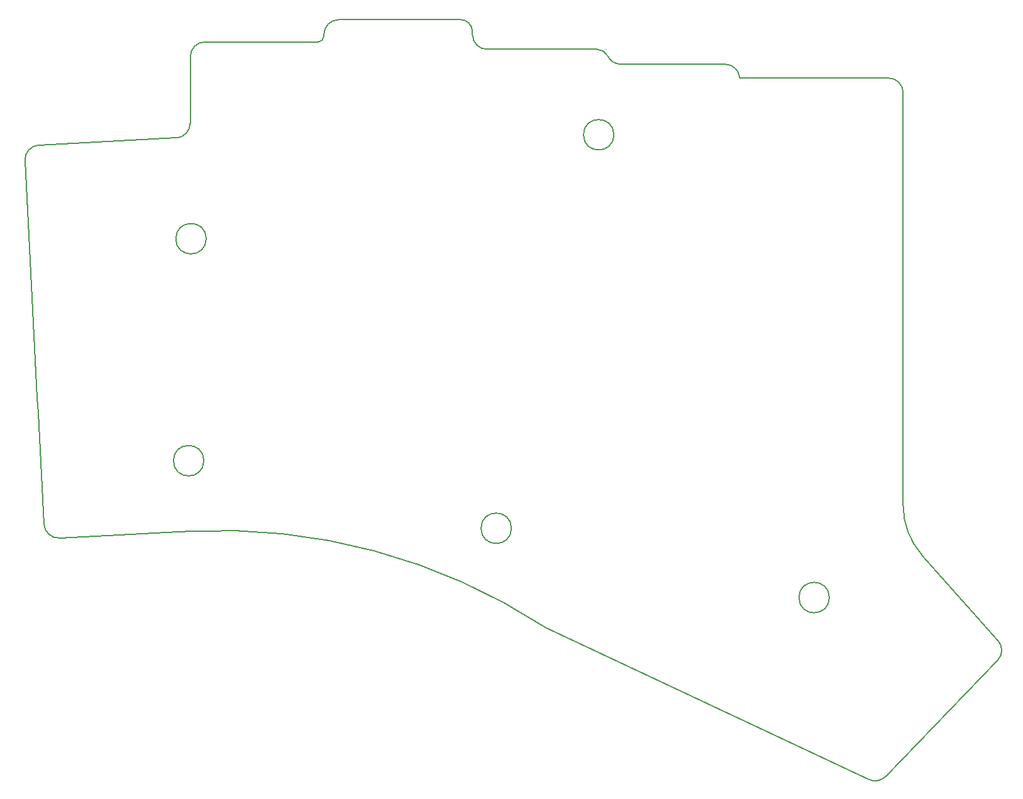
<source format=gbr>
%TF.GenerationSoftware,KiCad,Pcbnew,(6.0.4-0)*%
%TF.CreationDate,2022-05-03T20:10:54+08:00*%
%TF.ProjectId,board,626f6172-642e-46b6-9963-61645f706362,v1.0.0*%
%TF.SameCoordinates,Original*%
%TF.FileFunction,Profile,NP*%
%FSLAX46Y46*%
G04 Gerber Fmt 4.6, Leading zero omitted, Abs format (unit mm)*
G04 Created by KiCad (PCBNEW (6.0.4-0)) date 2022-05-03 20:10:54*
%MOMM*%
%LPD*%
G01*
G04 APERTURE LIST*
%TA.AperFunction,Profile*%
%ADD10C,0.150000*%
%TD*%
G04 APERTURE END LIST*
D10*
X105678390Y-27918888D02*
G75*
G03*
X104245097Y-27030000I-1433290J-711112D01*
G01*
X123464367Y-30880000D02*
G75*
G03*
X121470000Y-29030000I-1994367J-150000D01*
G01*
X143470000Y-30880000D02*
X123464367Y-30880000D01*
X105678387Y-27918889D02*
G75*
G03*
X107470000Y-29030000I1791613J888889D01*
G01*
X158173863Y-109352358D02*
X143123954Y-124936995D01*
X27208437Y-42026677D02*
X28883187Y-73982822D01*
X87470000Y-25030000D02*
X87470000Y-24630000D01*
X49131603Y-91947722D02*
X49434660Y-91931839D01*
X47574671Y-38956559D02*
G75*
G03*
X49470000Y-36959324I-104671J1997259D01*
G01*
X28987859Y-75980081D02*
X29772898Y-90959524D01*
X92720000Y-91530000D02*
G75*
G03*
X92720000Y-91530000I-2050000J0D01*
G01*
X97038814Y-104734850D02*
G75*
G03*
X97276687Y-104867229I1089286J1677450D01*
G01*
X85870000Y-23030000D02*
X69470000Y-23030000D01*
X121470000Y-29030000D02*
X107470000Y-29030000D01*
X87470000Y-24630000D02*
G75*
G03*
X85870000Y-23030000I-1600000J0D01*
G01*
X47891487Y-92024736D02*
X47852902Y-92014736D01*
X145470000Y-88477521D02*
X145470000Y-32880000D01*
X106520000Y-38530000D02*
G75*
G03*
X106520000Y-38530000I-2050000J0D01*
G01*
X140833929Y-125357433D02*
X97276687Y-104867229D01*
X49131603Y-91947722D02*
G75*
G03*
X47891487Y-92024736I4339597J-79901578D01*
G01*
X51620000Y-52530000D02*
G75*
G03*
X51620000Y-52530000I-2050000J0D01*
G01*
X67470000Y-25030000D02*
X67470000Y-25230000D01*
X69470000Y-23030000D02*
G75*
G03*
X67470000Y-25030000I0J-2000000D01*
G01*
X145469986Y-88477521D02*
G75*
G03*
X147995965Y-95121225I10000014J21D01*
G01*
X66670000Y-26030000D02*
X51470000Y-26030000D01*
X51470000Y-26030000D02*
G75*
G03*
X49470000Y-28030000I0J-2000000D01*
G01*
X104245097Y-27030000D02*
X89470000Y-27030000D01*
X29772988Y-90959519D02*
G75*
G03*
X31874829Y-92852111I1997212J104619D01*
G01*
X97038812Y-104734853D02*
G75*
G03*
X49434660Y-91931839I-43568812J-67095147D01*
G01*
X29101024Y-39924746D02*
X47574672Y-38956583D01*
X31874829Y-92852111D02*
X47852902Y-92014736D01*
X87470000Y-25030000D02*
G75*
G03*
X89470000Y-27030000I2000000J0D01*
G01*
X49470000Y-36959324D02*
X49470000Y-28030000D01*
X135530478Y-100863199D02*
G75*
G03*
X135530478Y-100863199I-2050000J0D01*
G01*
X147995965Y-95121225D02*
X158229990Y-106634301D01*
X158173821Y-109352318D02*
G75*
G03*
X158229989Y-106634301I-1438621J1389318D01*
G01*
X66670000Y-26030000D02*
G75*
G03*
X67470000Y-25230000I0J800000D01*
G01*
X140833940Y-125357410D02*
G75*
G03*
X143123953Y-124936996I851360J1809710D01*
G01*
X29101024Y-39924737D02*
G75*
G03*
X27208437Y-42026677I104676J-1997263D01*
G01*
X28883187Y-73982822D02*
X28987859Y-75980081D01*
X105470000Y-27030000D02*
X105470000Y-27030000D01*
X145470000Y-32880000D02*
G75*
G03*
X143470000Y-30880000I-2000000J0D01*
G01*
X51303106Y-82428317D02*
G75*
G03*
X51303106Y-82428317I-2050000J0D01*
G01*
M02*

</source>
